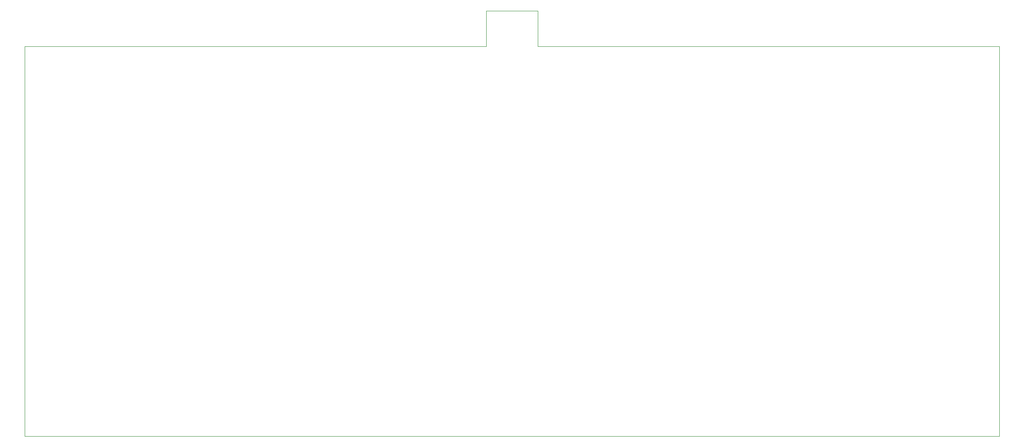
<source format=gbr>
%TF.GenerationSoftware,KiCad,Pcbnew,(5.99.0-12882-g2a6c73b8df)*%
%TF.CreationDate,2021-11-03T21:03:35+01:00*%
%TF.ProjectId,ortho-qaz,6f727468-6f2d-4716-917a-2e6b69636164,rev?*%
%TF.SameCoordinates,Original*%
%TF.FileFunction,Profile,NP*%
%FSLAX46Y46*%
G04 Gerber Fmt 4.6, Leading zero omitted, Abs format (unit mm)*
G04 Created by KiCad (PCBNEW (5.99.0-12882-g2a6c73b8df)) date 2021-11-03 21:03:35*
%MOMM*%
%LPD*%
G01*
G04 APERTURE LIST*
%TA.AperFunction,Profile*%
%ADD10C,0.050000*%
%TD*%
G04 APERTURE END LIST*
D10*
X141700000Y-18790000D02*
X151730000Y-18790000D01*
X141700000Y-25790000D02*
X141700000Y-18790000D01*
X151730000Y-25790000D02*
X151730000Y-18790000D01*
X241960000Y-25790000D02*
X151730000Y-25790000D01*
X51470000Y-25790000D02*
X141700000Y-25790000D01*
X51470000Y-101980000D02*
X51470000Y-25790000D01*
X241960000Y-101980000D02*
X51470000Y-101980000D01*
X241960000Y-25790000D02*
X241960000Y-101980000D01*
M02*

</source>
